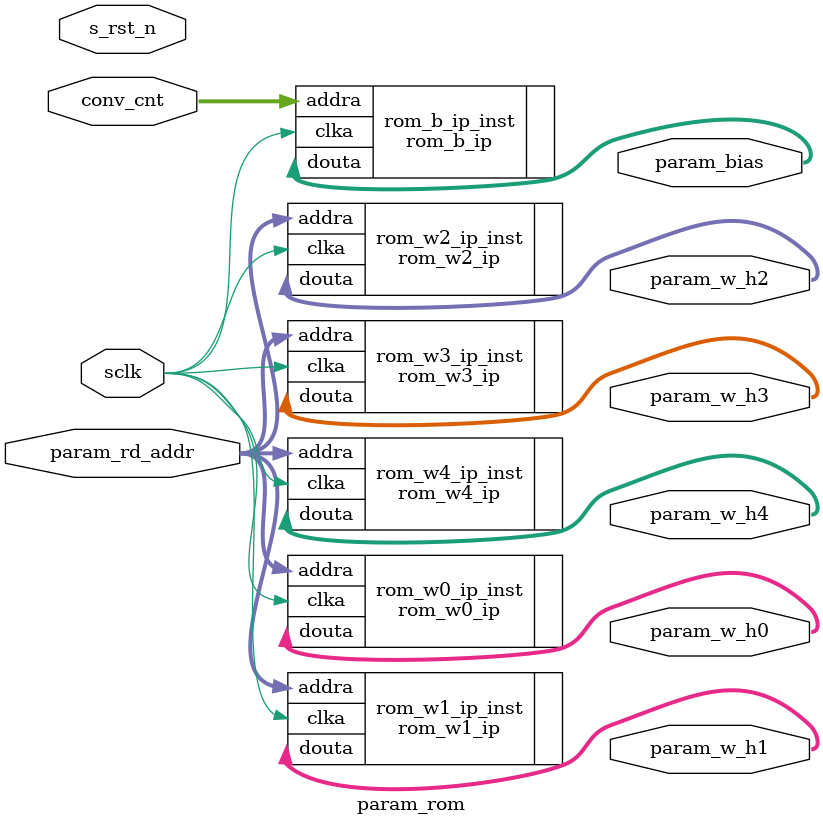
<source format=v>
`timescale 1ns / 1ps

module  param_rom(
        // system signals
        input                   sclk                    ,
        input                   s_rst_n                 ,
        //
        input           [ 7:0]  param_rd_addr           ,
        input           [ 4:0]  conv_cnt                ,
        output  wire    [15:0]  param_w_h0              ,
        output  wire    [15:0]  param_w_h1              ,
        output  wire    [15:0]  param_w_h2              ,
        output  wire    [15:0]  param_w_h3              ,
        output  wire    [15:0]  param_w_h4              ,
        output  wire    [15:0]  param_bias
    );

    //========================================================================\
    // =========== Define Parameter and Internal signals ===========
    //========================================================================/



    //=============================================================================
    //**************    Main Code   **************
    //=============================================================================
    rom_b_ip        rom_b_ip_inst (
                        .clka                   (sclk                   ),    // input wire clka
                        .addra                  (conv_cnt               ),  // input wire [4 : 0] addra
                        .douta                  (param_bias             )// output wire [15 : 0] douta
                    );

    rom_w0_ip       rom_w0_ip_inst (
                        .clka                   (sclk                   ),    // input wire clka
                        .addra                  (param_rd_addr          ),  // input wire [7 : 0] addra
                        .douta                  (param_w_h0             )// output wire [15 : 0] douta
                    );

    rom_w1_ip       rom_w1_ip_inst (
                        .clka                   (sclk                   ),    // input wire clka
                        .addra                  (param_rd_addr          ),  // input wire [7 : 0] addra
                        .douta                  (param_w_h1             )// output wire [15 : 0] douta
                    );

    rom_w2_ip       rom_w2_ip_inst (
                        .clka                   (sclk                   ),    // input wire clka
                        .addra                  (param_rd_addr          ),  // input wire [7 : 0] addra
                        .douta                  (param_w_h2             )// output wire [15 : 0] douta
                    );

    rom_w3_ip       rom_w3_ip_inst (
                        .clka                   (sclk                   ),    // input wire clka
                        .addra                  (param_rd_addr          ),  // input wire [7 : 0] addra
                        .douta                  (param_w_h3             )// output wire [15 : 0] douta
                    );

    rom_w4_ip       rom_w4_ip_inst (
                        .clka                   (sclk                   ),    // input wire clka
                        .addra                  (param_rd_addr          ),  // input wire [7 : 0] addra
                        .douta                  (param_w_h4             )// output wire [15 : 0] douta
                    );


endmodule

</source>
